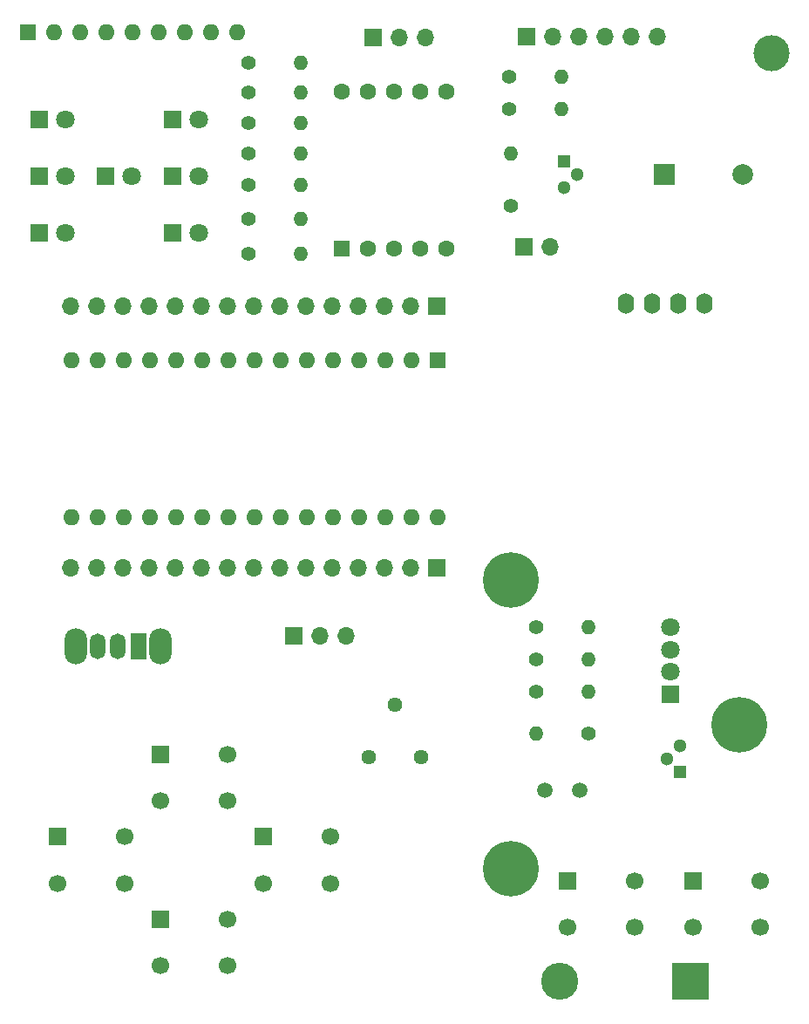
<source format=gbs>
%TF.GenerationSoftware,KiCad,Pcbnew,7.0.6*%
%TF.CreationDate,2023-07-29T04:39:02-03:00*%
%TF.ProjectId,OpenLabGeniosNano_V1,4f70656e-4c61-4624-9765-6e696f734e61,V1.0*%
%TF.SameCoordinates,Original*%
%TF.FileFunction,Soldermask,Bot*%
%TF.FilePolarity,Negative*%
%FSLAX46Y46*%
G04 Gerber Fmt 4.6, Leading zero omitted, Abs format (unit mm)*
G04 Created by KiCad (PCBNEW 7.0.6) date 2023-07-29 04:39:02*
%MOMM*%
%LPD*%
G01*
G04 APERTURE LIST*
%ADD10C,1.400000*%
%ADD11O,1.400000X1.400000*%
%ADD12R,1.700000X1.700000*%
%ADD13O,1.700000X1.700000*%
%ADD14C,1.440000*%
%ADD15R,2.000000X2.000000*%
%ADD16C,2.000000*%
%ADD17R,1.600000X1.600000*%
%ADD18O,1.600000X1.600000*%
%ADD19C,1.600000*%
%ADD20R,1.800000X1.800000*%
%ADD21C,1.800000*%
%ADD22C,5.400000*%
%ADD23O,1.600000X2.000000*%
%ADD24C,3.500000*%
%ADD25C,1.700000*%
%ADD26R,1.300000X1.300000*%
%ADD27C,1.300000*%
%ADD28O,2.200000X3.500000*%
%ADD29R,1.500000X2.500000*%
%ADD30O,1.500000X2.500000*%
%ADD31C,1.500000*%
%ADD32C,2.600000*%
%ADD33R,3.600000X3.600000*%
%ADD34C,3.600000*%
G04 APERTURE END LIST*
D10*
%TO.C,R13*%
X95520000Y-50440000D03*
D11*
X100600000Y-50440000D03*
%TD*%
D12*
%TO.C,J6*%
X122535000Y-29315000D03*
D13*
X125075000Y-29315000D03*
X127615000Y-29315000D03*
X130155000Y-29315000D03*
X132695000Y-29315000D03*
X135235000Y-29315000D03*
%TD*%
D12*
%TO.C,J4*%
X122285000Y-49740000D03*
D13*
X124825000Y-49740000D03*
%TD*%
D10*
%TO.C,R4*%
X123460000Y-92950000D03*
D11*
X128540000Y-92950000D03*
%TD*%
D14*
%TO.C,RV1*%
X112340000Y-99255000D03*
X109800000Y-94175000D03*
X107260000Y-99255000D03*
%TD*%
D12*
%TO.C,J1*%
X113860000Y-55465000D03*
D13*
X111320000Y-55465000D03*
X108780000Y-55465000D03*
X106240000Y-55465000D03*
X103700000Y-55465000D03*
X101160000Y-55465000D03*
X98620000Y-55465000D03*
X96080000Y-55465000D03*
X93540000Y-55465000D03*
X91000000Y-55465000D03*
X88460000Y-55465000D03*
X85920000Y-55465000D03*
X83380000Y-55465000D03*
X80840000Y-55465000D03*
X78300000Y-55465000D03*
%TD*%
D15*
%TO.C,BZ1*%
X135960000Y-42740000D03*
D16*
X143560000Y-42740000D03*
%TD*%
D17*
%TO.C,A1*%
X113910000Y-60730000D03*
D18*
X111370000Y-60730000D03*
X108830000Y-60730000D03*
X106290000Y-60730000D03*
X103750000Y-60730000D03*
X101210000Y-60730000D03*
X98670000Y-60730000D03*
X96130000Y-60730000D03*
X93590000Y-60730000D03*
X91050000Y-60730000D03*
X88510000Y-60730000D03*
X85970000Y-60730000D03*
X83430000Y-60730000D03*
X80890000Y-60730000D03*
X78350000Y-60730000D03*
X78350000Y-75970000D03*
X80890000Y-75970000D03*
X83430000Y-75970000D03*
X85970000Y-75970000D03*
X88510000Y-75970000D03*
X91050000Y-75970000D03*
X93590000Y-75970000D03*
X96130000Y-75970000D03*
X98670000Y-75970000D03*
X101210000Y-75970000D03*
X103750000Y-75970000D03*
X106290000Y-75970000D03*
X108830000Y-75970000D03*
X111370000Y-75970000D03*
X113910000Y-75970000D03*
%TD*%
D17*
%TO.C,U1*%
X104580000Y-49937500D03*
D19*
X107120000Y-49937500D03*
X109660000Y-49937500D03*
X112200000Y-49937500D03*
X114740000Y-49937500D03*
X114740000Y-34697500D03*
X112200000Y-34697500D03*
X109660000Y-34697500D03*
X107120000Y-34697500D03*
X104580000Y-34697500D03*
%TD*%
D10*
%TO.C,R10*%
X95520000Y-40640000D03*
D11*
X100600000Y-40640000D03*
%TD*%
D12*
%TO.C,J5*%
X99975000Y-87500000D03*
D13*
X102515000Y-87500000D03*
X105055000Y-87500000D03*
%TD*%
D10*
%TO.C,R2*%
X123460000Y-86650000D03*
D11*
X128540000Y-86650000D03*
%TD*%
D20*
%TO.C,D5*%
X88185000Y-37340000D03*
D21*
X90725000Y-37340000D03*
%TD*%
D10*
%TO.C,R6*%
X128540000Y-97000000D03*
D11*
X123460000Y-97000000D03*
%TD*%
D10*
%TO.C,R7*%
X120820000Y-33190000D03*
D11*
X125900000Y-33190000D03*
%TD*%
D10*
%TO.C,R11*%
X95520000Y-43740000D03*
D11*
X100600000Y-43740000D03*
%TD*%
D22*
%TO.C,H4*%
X121050000Y-82100000D03*
%TD*%
D10*
%TO.C,R14*%
X95520000Y-34740000D03*
D11*
X100600000Y-34740000D03*
%TD*%
D23*
%TO.C,Brd1*%
X132240000Y-55240000D03*
X134780000Y-55240000D03*
X137320000Y-55240000D03*
X139860000Y-55240000D03*
%TD*%
D24*
%TO.C,H1*%
X146360000Y-30940000D03*
%TD*%
D20*
%TO.C,D6*%
X88185000Y-42840000D03*
D21*
X90725000Y-42840000D03*
%TD*%
D12*
%TO.C,SW4*%
X87000000Y-115000000D03*
D25*
X93500000Y-115000000D03*
X87000000Y-119500000D03*
X93500000Y-119500000D03*
%TD*%
D10*
%TO.C,R3*%
X123460000Y-89800000D03*
D11*
X128540000Y-89800000D03*
%TD*%
D20*
%TO.C,D1*%
X75185000Y-37340000D03*
D21*
X77725000Y-37340000D03*
%TD*%
D20*
%TO.C,D4*%
X81685000Y-42840000D03*
D21*
X84225000Y-42840000D03*
%TD*%
D12*
%TO.C,SW6*%
X126550000Y-111250000D03*
D25*
X133050000Y-111250000D03*
X126550000Y-115750000D03*
X133050000Y-115750000D03*
%TD*%
D10*
%TO.C,R12*%
X95520000Y-47040000D03*
D11*
X100600000Y-47040000D03*
%TD*%
D12*
%TO.C,SW5*%
X97000000Y-107000000D03*
D25*
X103500000Y-107000000D03*
X97000000Y-111500000D03*
X103500000Y-111500000D03*
%TD*%
D12*
%TO.C,J2*%
X113860000Y-80865000D03*
D13*
X111320000Y-80865000D03*
X108780000Y-80865000D03*
X106240000Y-80865000D03*
X103700000Y-80865000D03*
X101160000Y-80865000D03*
X98620000Y-80865000D03*
X96080000Y-80865000D03*
X93540000Y-80865000D03*
X91000000Y-80865000D03*
X88460000Y-80865000D03*
X85920000Y-80865000D03*
X83380000Y-80865000D03*
X80840000Y-80865000D03*
X78300000Y-80865000D03*
%TD*%
D20*
%TO.C,D8*%
X136500000Y-93159000D03*
D21*
X136500000Y-91000000D03*
X136500000Y-88841000D03*
X136500000Y-86682000D03*
%TD*%
D22*
%TO.C,H3*%
X121050000Y-110100000D03*
%TD*%
D20*
%TO.C,D2*%
X75185000Y-42840000D03*
D21*
X77725000Y-42840000D03*
%TD*%
D26*
%TO.C,U2*%
X137460000Y-100670000D03*
D27*
X136190000Y-99400000D03*
X137460000Y-98130000D03*
%TD*%
D26*
%TO.C,Q1*%
X126200000Y-41470000D03*
D27*
X127470000Y-42740000D03*
X126200000Y-44010000D03*
%TD*%
D28*
%TO.C,SW1*%
X86960000Y-88542500D03*
X78760000Y-88542500D03*
D29*
X84860000Y-88542500D03*
D30*
X82860000Y-88542500D03*
X80860000Y-88542500D03*
%TD*%
D12*
%TO.C,SW2*%
X77000000Y-107000000D03*
D25*
X83500000Y-107000000D03*
X77000000Y-111500000D03*
X83500000Y-111500000D03*
%TD*%
D20*
%TO.C,D7*%
X88185000Y-48340000D03*
D21*
X90725000Y-48340000D03*
%TD*%
D10*
%TO.C,R8*%
X120820000Y-36340000D03*
D11*
X125900000Y-36340000D03*
%TD*%
D12*
%TO.C,SW7*%
X138750000Y-111250000D03*
D25*
X145250000Y-111250000D03*
X138750000Y-115750000D03*
X145250000Y-115750000D03*
%TD*%
D20*
%TO.C,D3*%
X75185000Y-48340000D03*
D21*
X77725000Y-48340000D03*
%TD*%
D12*
%TO.C,SW3*%
X87000000Y-99000000D03*
D25*
X93500000Y-99000000D03*
X87000000Y-103500000D03*
X93500000Y-103500000D03*
%TD*%
D10*
%TO.C,R9*%
X95520000Y-37740000D03*
D11*
X100600000Y-37740000D03*
%TD*%
D31*
%TO.C,R5*%
X124300000Y-102500000D03*
X127700000Y-102500000D03*
%TD*%
D10*
%TO.C,R15*%
X95520000Y-31840000D03*
D11*
X100600000Y-31840000D03*
%TD*%
D10*
%TO.C,R1*%
X121060000Y-45780000D03*
D11*
X121060000Y-40700000D03*
%TD*%
D22*
%TO.C,H2*%
X143250000Y-96100000D03*
%TD*%
D12*
%TO.C,J3*%
X107635000Y-29440000D03*
D13*
X110175000Y-29440000D03*
X112715000Y-29440000D03*
%TD*%
D17*
%TO.C,RN2*%
X74085000Y-28940000D03*
D18*
X76625000Y-28940000D03*
X79165000Y-28940000D03*
X81705000Y-28940000D03*
X84245000Y-28940000D03*
X86785000Y-28940000D03*
X89325000Y-28940000D03*
X91865000Y-28940000D03*
X94405000Y-28940000D03*
%TD*%
D32*
%TO.C,BT1*%
X121050000Y-82100000D03*
X143250000Y-96100000D03*
X121050000Y-110100000D03*
D33*
X138500000Y-121000000D03*
D34*
X125800000Y-121000000D03*
%TD*%
M02*

</source>
